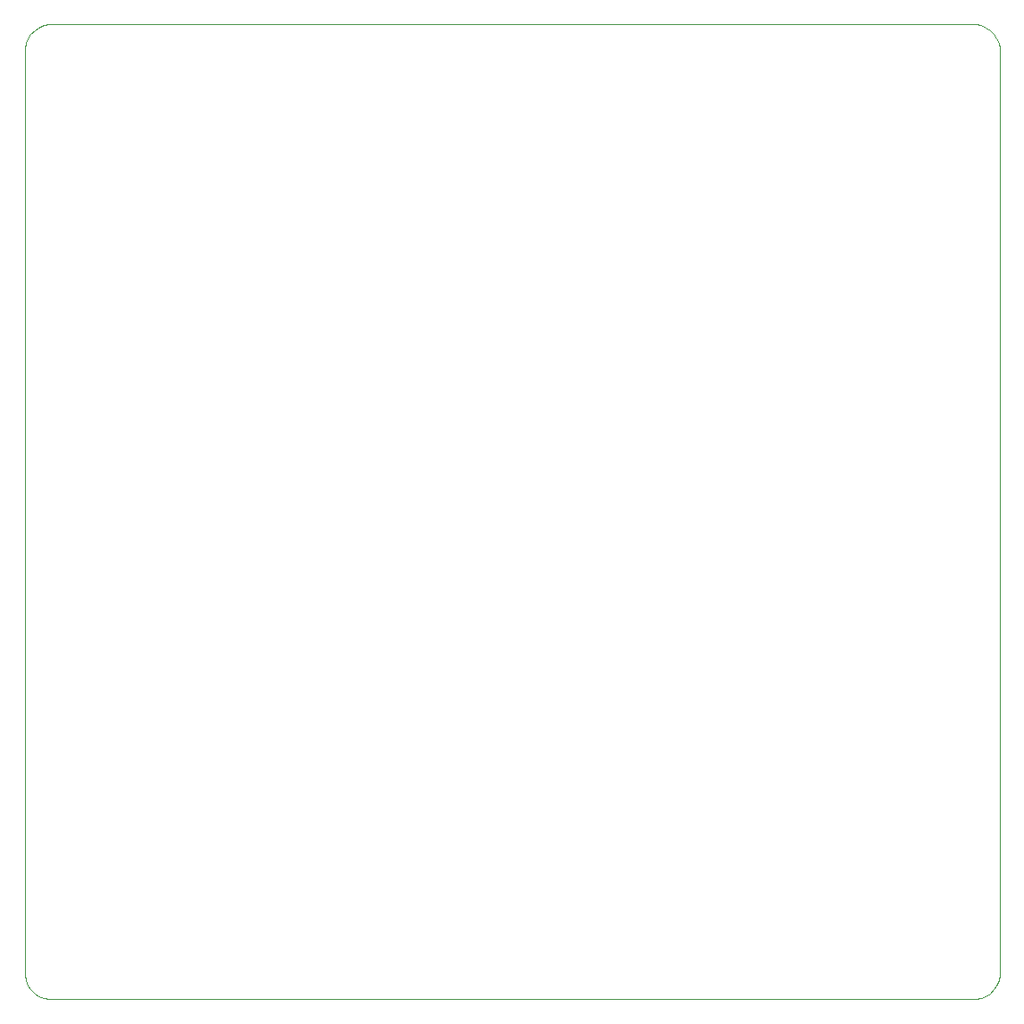
<source format=gko>
G04*
G04 #@! TF.GenerationSoftware,Altium Limited,Altium Designer,23.0.1 (38)*
G04*
G04 Layer_Color=16711935*
%FSLAX25Y25*%
%MOIN*%
G70*
G04*
G04 #@! TF.SameCoordinates,98C9FFAE-3615-4BD8-9C5D-4E3436802419*
G04*
G04*
G04 #@! TF.FilePolarity,Positive*
G04*
G01*
G75*
%ADD19C,0.00200*%
D19*
X353780Y363779D02*
X354760Y363731D01*
X10000Y363779D02*
X353780D01*
X9020Y363731D02*
X10000Y363779D01*
X7097Y363349D02*
X9020Y363731D01*
X5286Y362599D02*
X7097Y363349D01*
X3656Y361510D02*
X5286Y362599D01*
X2270Y360123D02*
X3656Y361510D01*
X1181Y358493D02*
X2270Y360123D01*
X431Y356682D02*
X1181Y358493D01*
X48Y354760D02*
X431Y356682D01*
X0Y353780D02*
X48Y354760D01*
X0Y10000D02*
Y353780D01*
Y10000D02*
X48Y9020D01*
X431Y7097D01*
X1181Y5286D01*
X2270Y3656D01*
X3656Y2270D01*
X5286Y1181D01*
X7097Y431D01*
X9020Y48D01*
X10000Y0D01*
X353780D01*
X354760Y48D01*
X356682Y431D01*
X358493Y1181D01*
X360123Y2270D01*
X361510Y3656D01*
X362599Y5286D01*
X363349Y7097D01*
X363731Y9020D01*
X363779Y10000D01*
Y10000D01*
Y353780D01*
X363731Y354760D02*
X363779Y353780D01*
X363349Y356682D02*
X363731Y354760D01*
X362599Y358493D02*
X363349Y356682D01*
X361510Y360123D02*
X362599Y358493D01*
X360123Y361510D02*
X361510Y360123D01*
X358493Y362599D02*
X360123Y361510D01*
X356682Y363349D02*
X358493Y362599D01*
X354760Y363731D02*
X356682Y363349D01*
M02*

</source>
